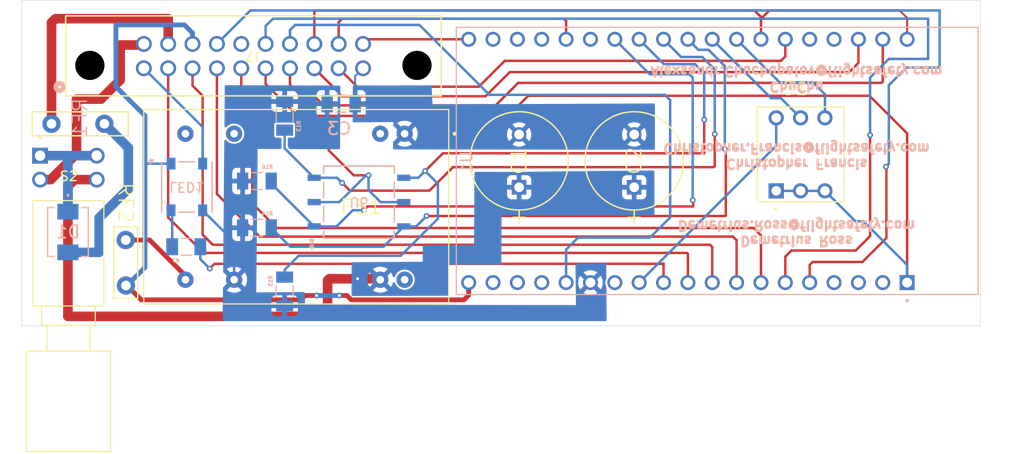
<source format=kicad_pcb>
(kicad_pcb (version 20241229) (generator "pcbnew") (generator_version "9.0")
  (layers (0 "F.Cu" signal) (2 "B.Cu" signal) (13 "F.Paste" user) (15 "B.Paste" user) (5 "F.SilkS" user "F.Silkscreen") (7 "B.SilkS" user "B.Silkscreen") (1 "F.Mask" user) (3 "B.Mask" user) (25 "Edge.Cuts" user))
  (net 0 "")
  (net 1 "+VIN")
  (net 2 "-Vin")
  (net 3 "ESP_GND2")
  (net 4 "+24V")
  (net 5 "GPIO_2")
  (net 6 "CLK")
  (net 7 "GPIO_22")
  (net 8 "+3.3V")
  (net 9 "GPIO_23")
  (net 10 "GPIO_25")
  (net 11 "GPIO_21")
  (net 12 "+VIN-dc")
  (net 13 "GPIO_ANAG_34")
  (net 14 "GPIO_26")
  (net 15 "+VOUT_esp_signal")
  (net 16 "GPIO_33")
  (net 17 "GPIO_ANAG_35")
  (net 18 "GPIO_32")
  (net 19 "GPIO_13")
  (net 20 "GPIO_27")
  (net 21 "Net-(LED1-DIN)")
  (net 26 "/+VOUT")
  (net 27 "GPIO_5")
  (net 28 "GPIO_17")
  (net 29 "GPIO_16")
  (net 30 "GPIO_4")
  (net 31 "GPIO_18")
  (net 32 "GPIO_19")
  (net 33 "GPIO_14")
  (footprint "footprints:20_pin_straight" (layer "F.Cu") (at 106.625 76.7275 180)
    (property "Reference" "J7" (at -11.43 1.27 180) (layer "F.SilkS"))
    (property "Value" "20-pin-straight")
    (fp_line (start 8.1534 5.4737) (end 8.1534 -2.8829) (stroke (width 0.1524)) (layer "F.SilkS"))
    (fp_line (start 8.1534 -2.8829) (end -31.0134 -2.8829) (stroke (width 0.1524)) (layer "F.SilkS"))
    (fp_line (start -31.0134 5.4737) (end 8.1534 5.4737) (stroke (width 0.1524)) (layer "F.SilkS"))
    (fp_line (start -31.0134 -2.8829) (end -31.0134 5.4737) (stroke (width 0.1524)) (layer "F.SilkS"))
    (fp_circle (center 8.7884 -1.95) (end 9.1694 -1.95) (stroke (width 0.508)) (fill no) (layer "F.SilkS"))
    (fp_circle (center 8.7884 -1.95) (end 9.1694 -1.95) (stroke (width 0.508)) (fill no) (layer "B.SilkS"))
    (pad "" np_thru_hole circle (at -28.4861 0.299999 180) (size 3.048 3.048) (drill 3.048) (layers))
    (pad "" np_thru_hole circle (at 5.6261 0.299999 180) (size 3.048 3.048) (drill 3.048) (layers))
    (pad "1" thru_hole circle (at 0 0 180) (size 1.651 1.651) (drill 1.143) (layers "*.Cu" "*.Mask") (net 20 "GPIO_27"))
    (pad "2" thru_hole circle (at -2.54 0 180) (size 1.651 1.651) (drill 1.143) (layers "*.Cu" "*.Mask") (net 14 "GPIO_26"))
    (pad "3" thru_hole circle (at -5.08 0 180) (size 1.651 1.651) (drill 1.143) (layers "*.Cu" "*.Mask") (net 10 "GPIO_25"))
    (pad "4" thru_hole circle (at -7.62 0 180) (size 1.651 1.651) (drill 1.143) (layers "*.Cu" "*.Mask") (net 16 "GPIO_33"))
    (pad "5" thru_hole circle (at -10.16 0 180) (size 1.651 1.651) (drill 1.143) (layers "*.Cu" "*.Mask") (net 18 "GPIO_32"))
    (pad "6" thru_hole circle (at -12.7 0 180) (size 1.651 1.651) (drill 1.143) (layers "*.Cu" "*.Mask") (net 8 "+3.3V"))
    (pad "7" thru_hole circle (at -15.24 0 180) (size 1.651 1.651) (drill 1.143) (layers "*.Cu" "*.Mask") (net 9 "GPIO_23"))
    (pad "8" thru_hole circle (at -17.78 0 180) (size 1.651 1.651) (drill 1.143) (layers "*.Cu" "*.Mask") (net 7 "GPIO_22"))
    (pad "9" thru_hole circle (at -20.32 0 180) (size 1.651 1.651) (drill 1.143) (layers "*.Cu" "*.Mask") (net 11 "GPIO_21"))
    (pad "10" thru_hole circle (at -22.86 0 180) (size 1.651 1.651) (drill 1.143) (layers "*.Cu" "*.Mask") (net 2 "-Vin"))
    (pad "11" thru_hole circle (at 0 2.54 180) (size 1.651 1.651) (drill 1.143) (layers "*.Cu" "*.Mask") (net 1 "+VIN"))
    (pad "12" thru_hole circle (at -2.54 2.54 180) (size 1.651 1.651) (drill 1.143) (layers "*.Cu" "*.Mask") (net 12 "+VIN-dc"))
    (pad "13" thru_hole circle (at -5.08 2.54 180) (size 1.651 1.651) (drill 1.143) (layers "*.Cu" "*.Mask") (net 15 "+VOUT_esp_signal"))
    (pad "14" thru_hole circle (at -7.62 2.54 180) (size 1.651 1.651) (drill 1.143) (layers "*.Cu" "*.Mask") (net 13 "GPIO_ANAG_34"))
    (pad "15" thru_hole circle (at -10.16 2.54 180) (size 1.651 1.651) (drill 1.143) (layers "*.Cu" "*.Mask"))
    (pad "16" thru_hole circle (at -12.7 2.54 180) (size 1.651 1.651) (drill 1.143) (layers "*.Cu" "*.Mask") (net 17 "GPIO_ANAG_35"))
    (pad "17" thru_hole circle (at -15.24 2.54 180) (size 1.651 1.651) (drill 1.143) (layers "*.Cu" "*.Mask") (net 19 "GPIO_13"))
    (pad "18" thru_hole circle (at -17.78 2.54 180) (size 1.651 1.651) (drill 1.143) (layers "*.Cu" "*.Mask") (net 3 "ESP_GND2"))
    (pad "19" thru_hole circle (at -20.32 2.54 180) (size 1.651 1.651) (drill 1.143) (layers "*.Cu" "*.Mask") (net 5 "GPIO_2"))
    (pad "20" thru_hole circle (at -22.86 2.54 180) (size 1.651 1.651) (drill 1.143) (layers "*.Cu" "*.Mask") (net 6 "CLK"))
  )
  (footprint "footprints:PTC_RESET_FUSE" (layer "F.Cu") (at 96.9982 82.525)
    (property "Reference" "RF1" (at 2.95 -0.6 90) (layer "B.SilkS") (effects (font (size 1.5 1.5)) (justify mirror)))
    (property "Value" "~" (hide yes))
    (fp_rect (start -2 -1.25) (end 8 1.25) (stroke (width 0.1524)) (fill no) (layer "F.SilkS"))
    (pad "1" thru_hole circle (at 0 0) (size 1.9 1.9) (drill 1.016) (layers "*.Cu" "*.Mask") (net 12 "+VIN-dc"))
    (pad "2" thru_hole circle (at 5.5118 0) (size 1.9 1.9) (drill 1.016) (layers "*.Cu" "*.Mask") (net 1 "+VIN"))
  )
  (footprint "footprints:PTC_RESET_FUSE" (layer "F.Cu") (at 104.736066 94.25625 -90)
    (property "Reference" "RF2" (at -3.50625 0 270) (layer "F.SilkS") (effects (font (size 1.5 1.5))))
    (property "Value" "~" (hide yes))
    (fp_rect (start -1 -1.25) (end 6.5 1.25) (stroke (width 0.1524)) (fill no) (layer "F.SilkS"))
    (pad "1" thru_hole circle (at 0.4 0 270) (size 1.9 1.9) (drill 1.016) (layers "*.Cu" "*.Mask") (net 26 "/+VOUT"))
    (pad "2" thru_hole circle (at 5.15 -0.025 270) (size 1.9 1.9) (drill 1.016) (layers "*.Cu" "*.Mask") (net 15 "+VOUT_esp_signal"))
  )
  (footprint "footprints:PCAP_10x12_5-THRU-ELECT_NCA" (layer "F.Cu") (at 157.76 89.15 90)
    (property "Reference" "C2" (at 2.7559 0 90) (layer "F.SilkS") (effects (font (size 1.5 1.5))))
    (property "Value" "UHE2A470MPD")
    (fp_line (start -3.1369 -0.635) (end -3.1369 0.635) (stroke (width 0.1524)) (layer "F.SilkS"))
    (fp_line (start -3.7719 0) (end -2.5019 0) (stroke (width 0.1524)) (layer "F.SilkS"))
    (fp_circle (center 2.7559 0) (end 7.8867 0) (stroke (width 0.1524)) (fill no) (layer "F.SilkS"))
    (pad "1" thru_hole rect (at 0 0 90) (size 1.524 1.524) (drill 1.016) (layers "*.Cu" "*.Mask") (net 1 "+VIN"))
    (pad "2" thru_hole circle (at 5.5118 0 90) (size 1.524 1.524) (drill 1.016) (layers "*.Cu" "*.Mask") (net 2 "-Vin"))
  )
  (footprint "footprints:CONV_REC5A-2405SW_H2" (layer "F.Cu") (at 122.52 91.18 180)
    (property "Reference" "PS1" (at -6.77 0 0) (layer "F.SilkS") (effects (font (size 1.5 1.5))))
    (property "Value" "REC5A-2405SW_H2")
    (fp_line (start 15.9 10.15) (end -15.9 10.15) (stroke (width 0.127)) (layer "F.SilkS"))
    (fp_line (start 15.9 -10.15) (end 15.9 10.15) (stroke (width 0.127)) (layer "F.SilkS"))
    (fp_line (start -15.9 10.15) (end -15.9 -10.15) (stroke (width 0.127)) (layer "F.SilkS"))
    (fp_line (start -15.9 -10.15) (end 15.9 -10.15) (stroke (width 0.127)) (layer "F.SilkS"))
    (fp_circle (center -16.51 7.62) (end -16.41 7.62) (stroke (width 0.2)) (fill no) (layer "F.SilkS"))
    (pad "2" thru_hole circle (at -11.3 7.62 180) (size 1.7 1.7) (drill 0.8) (layers "*.Cu" "*.Mask") (net 2 "-Vin"))
    (pad "3" thru_hole circle (at -8.76 7.62 180) (size 1.7 1.7) (drill 0.8) (layers "*.Cu" "*.Mask"))
    (pad "9" thru_hole circle (at 6.48 7.62 180) (size 1.7 1.7) (drill 0.8) (layers "*.Cu" "*.Mask"))
    (pad "11" thru_hole circle (at 11.56 7.62 180) (size 1.7 1.7) (drill 0.8) (layers "*.Cu" "*.Mask"))
    (pad "14" thru_hole circle (at 11.56 -7.62 180) (size 1.7 1.7) (drill 0.8) (layers "*.Cu" "*.Mask") (net 26 "/+VOUT"))
    (pad "16" thru_hole circle (at 6.48 -7.62 180) (size 1.7 1.7) (drill 0.8) (layers "*.Cu" "*.Mask") (net 3 "ESP_GND2"))
    (pad "22" thru_hole circle (at -8.76 -7.62 180) (size 1.7 1.7) (drill 0.8) (layers "*.Cu" "*.Mask") (net 1 "+VIN"))
    (pad "23" thru_hole circle (at -11.3 -7.62 180) (size 1.7 1.7) (drill 0.8) (layers "*.Cu" "*.Mask"))
  )
  (footprint "footprints:PCAP_10x12_5-THRU-ELECT_NCA" (layer "F.Cu") (at 145.76 89.15 90)
    (property "Reference" "C1" (at 2.7559 0 90) (layer "F.SilkS") (effects (font (size 1.5 1.5))))
    (property "Value" "UHE2A470MPD")
    (fp_line (start -3.1369 -0.635) (end -3.1369 0.635) (stroke (width 0.1524)) (layer "F.SilkS"))
    (fp_line (start -3.7719 0) (end -2.5019 0) (stroke (width 0.1524)) (layer "F.SilkS"))
    (fp_circle (center 2.7559 0) (end 7.8867 0) (stroke (width 0.1524)) (fill no) (layer "F.SilkS"))
    (pad "1" thru_hole rect (at 0 0 90) (size 1.524 1.524) (drill 1.016) (layers "*.Cu" "*.Mask") (net 1 "+VIN"))
    (pad "2" thru_hole circle (at 5.5118 0 90) (size 1.524 1.524) (drill 1.016) (layers "*.Cu" "*.Mask") (net 2 "-Vin"))
  )
  (footprint "footprints:SW_PB400EEQR1BLK" (layer "F.Cu") (at 98.76 87.1 -90)
    (property "Reference" "S2" (at 0.9 -0.05 180) (layer "F.SilkS"))
    (property "Value" "PB400EEQR1BLK")
    (fp_line (start 19.14 4.4) (end 19.14 2.25) (stroke (width 0.127)) (layer "F.SilkS"))
    (fp_line (start 29.64 4.4) (end 19.14 4.4) (stroke (width 0.127)) (layer "F.SilkS"))
    (fp_line (start 3.44 3.7) (end 14.44 3.7) (stroke (width 0.127)) (layer "F.SilkS"))
    (fp_line (start 14.44 3.7) (end 14.44 2.8) (stroke (width 0.127)) (layer "F.SilkS"))
    (fp_line (start 14.44 2.8) (end 14.44 -2.8) (stroke (width 0.127)) (layer "F.SilkS"))
    (fp_line (start 16.44 2.8) (end 14.44 2.8) (stroke (width 0.127)) (layer "F.SilkS"))
    (fp_line (start 16.44 2.25) (end 16.44 2.8) (stroke (width 0.127)) (layer "F.SilkS"))
    (fp_line (start 19.14 2.25) (end 16.44 2.25) (stroke (width 0.127)) (layer "F.SilkS"))
    (fp_line (start 16.44 -2.25) (end 16.44 2.25) (stroke (width 0.127)) (layer "F.SilkS"))
    (fp_line (start 16.44 -2.25) (end 19.14 -2.25) (stroke (width 0.127)) (layer "F.SilkS"))
    (fp_line (start 19.14 -2.25) (end 19.14 2.25) (stroke (width 0.127)) (layer "F.SilkS"))
    (fp_line (start 19.14 -2.25) (end 19.14 -4.4) (stroke (width 0.127)) (layer "F.SilkS"))
    (fp_line (start 14.44 -2.8) (end 16.44 -2.8) (stroke (width 0.127)) (layer "F.SilkS"))
    (fp_line (start 14.44 -2.8) (end 14.44 -3.7) (stroke (width 0.127)) (layer "F.SilkS"))
    (fp_line (start 16.44 -2.8) (end 16.44 -2.25) (stroke (width 0.127)) (layer "F.SilkS"))
    (fp_line (start 3.44 -3.7) (end 3.44 3.7) (stroke (width 0.127)) (layer "F.SilkS"))
    (fp_line (start 14.44 -3.7) (end 3.44 -3.7) (stroke (width 0.127)) (layer "F.SilkS"))
    (fp_line (start 19.14 -4.4) (end 29.64 -4.4) (stroke (width 0.127)) (layer "F.SilkS"))
    (fp_line (start 29.64 -4.4) (end 29.64 4.4) (stroke (width 0.127)) (layer "F.SilkS"))
    (fp_circle (center -3.08 2.953) (end -2.98 2.953) (stroke (width 0.2)) (fill no) (layer "F.SilkS"))
    (pad "" np_thru_hole circle (at 12.65 -2.2 270) (size 1.9 1.9) (drill 1.9) (layers "*.Cu" "*.Mask"))
    (pad "" np_thru_hole circle (at 12.65 2.2 270) (size 1.9 1.9) (drill 1.9) (layers "*.Cu" "*.Mask"))
    (pad "1" thru_hole rect (at -1.25 2.95 270) (size 1.65 1.65) (drill 1.1) (layers "*.Cu" "*.Mask") (net 4 "+24V"))
    (pad "2" thru_hole circle (at 1.25 2.95 270) (size 1.65 1.65) (drill 1.1) (layers "*.Cu" "*.Mask") (net 1 "+VIN"))
    (pad "3" thru_hole circle (at -1.25 -2.95 270) (size 1.65 1.65) (drill 1.1) (layers "*.Cu" "*.Mask") (net 4 "+24V"))
    (pad "4" thru_hole circle (at 1.25 -2.95 270) (size 1.65 1.65) (drill 1.1) (layers "*.Cu" "*.Mask") (net 1 "+VIN"))
  )
  (footprint "footprints:SW_DS01C-254-S-03BE" (layer "F.Cu") (at 175.11 85.7125)
    (property "Reference" "S1" (at -0.555 -6.889 0) (layer "F.SilkS") (effects (font (size 1.4 1.4))))
    (property "Value" "DS01C-254-S-03BE")
    (fp_line (start -4.52 -4.95) (end 4.52 -4.95) (stroke (width 0.127)) (layer "F.SilkS"))
    (fp_line (start -4.52 4.95) (end -4.52 -4.95) (stroke (width 0.127)) (layer "F.SilkS"))
    (fp_line (start 4.52 -4.95) (end 4.52 4.95) (stroke (width 0.127)) (layer "F.SilkS"))
    (fp_line (start 4.52 4.95) (end -4.52 4.95) (stroke (width 0.127)) (layer "F.SilkS"))
    (fp_circle (center -2.6 5.7) (end -2.5 5.7) (stroke (width 0.2)) (fill no) (layer "F.SilkS"))
    (pad "1A" thru_hole rect (at -2.54 3.81) (size 1.58 1.58) (drill 1) (layers "*.Cu" "*.Mask") (net 8 "+3.3V"))
    (pad "1B" thru_hole circle (at -2.54 -3.81) (size 1.58 1.58) (drill 1) (layers "*.Cu" "*.Mask") (net 33 "GPIO_14"))
    (pad "2A" thru_hole circle (at 0 3.81) (size 1.58 1.58) (drill 1) (layers "*.Cu" "*.Mask") (net 8 "+3.3V"))
    (pad "2B" thru_hole circle (at 0 -3.81) (size 1.58 1.58) (drill 1) (layers "*.Cu" "*.Mask") (net 31 "GPIO_18"))
    (pad "3A" thru_hole circle (at 2.54 3.81) (size 1.58 1.58) (drill 1) (layers "*.Cu" "*.Mask") (net 8 "+3.3V"))
    (pad "3B" thru_hole circle (at 2.54 -3.81) (size 1.58 1.58) (drill 1) (layers "*.Cu" "*.Mask") (net 32 "GPIO_19"))
  )
  (footprint "footprints:CAPC3216X180N" (layer "B.Cu") (at 127.2 80.42)
    (property "Reference" "C3" (at -0.2 2.6 0) (layer "B.SilkS") (effects (font (size 1.3 1.3) (thickness 0.2)) (justify mirror)))
    (property "Value" "1000pf/3kV")
    (fp_line (start -0.54 -0.9) (end 0.54 -0.9) (stroke (width 0.127)) (layer "B.SilkS"))
    (fp_line (start -0.54 0.9) (end 0.54 0.9) (stroke (width 0.127)) (layer "B.SilkS"))
    (pad "1" smd rect (at -1.46 0) (size 1.2 1.82) (layers "B.Cu" "B.Mask" "B.Paste") (net 3 "ESP_GND2"))
    (pad "2" smd rect (at 1.46 0) (size 1.2 1.82) (layers "B.Cu" "B.Mask" "B.Paste") (net 2 "-Vin"))
  )
  (footprint "footprints:RESC3216X75N" (layer "B.Cu") (at 121.31 100.02 -90)
    (property "Reference" "R15" (at -1.08 1.48 90) (layer "B.SilkS") (effects (font (size 0.393701 0.393701) (thickness 0.098425)) (justify mirror)))
    (property "Value" "CR1206-FX-1002ELF")
    (fp_line (start -0.59 0.88) (end 0.59 0.88) (stroke (width 0.127)) (layer "B.SilkS"))
    (fp_line (start -0.59 -0.88) (end 0.59 -0.88) (stroke (width 0.127)) (layer "B.SilkS"))
    (pad "1" smd rect (at -1.494 0 270) (size 1.17 1.77) (layers "B.Cu" "B.Mask" "B.Paste") (net 29 "GPIO_16"))
    (pad "2" smd rect (at 1.494 0 270) (size 1.17 1.77) (layers "B.Cu" "B.Mask" "B.Paste") (net 3 "ESP_GND2"))
  )
  (footprint "footprints:SH-7070TB_7P1X7P3_NDC" (layer "B.Cu") (at 129.06 90.7)
    (property "Reference" "U6" (at 0 0 180) (layer "B.SilkS") (effects (justify mirror)))
    (property "Value" "SH-7070TB")
    (fp_line (start -3.683 -3.7719) (end 3.683 -3.7719) (stroke (width 0.1524)) (layer "B.SilkS"))
    (fp_line (start -3.683 -3.003665) (end -3.683 -3.7719) (stroke (width 0.1524)) (layer "B.SilkS"))
    (fp_line (start -3.683 -0.463665) (end -3.683 -2.076335) (stroke (width 0.1524)) (layer "B.SilkS"))
    (fp_line (start -3.683 2.076335) (end -3.683 0.463665) (stroke (width 0.1524)) (layer "B.SilkS"))
    (fp_line (start -3.683 3.7719) (end -3.683 3.003665) (stroke (width 0.1524)) (layer "B.SilkS"))
    (fp_line (start 3.683 -3.7719) (end 3.683 -3.003665) (stroke (width 0.1524)) (layer "B.SilkS"))
    (fp_line (start 3.683 -2.076335) (end 3.683 -0.463665) (stroke (width 0.1524)) (layer "B.SilkS"))
    (fp_line (start 3.683 0.463665) (end 3.683 2.076335) (stroke (width 0.1524)) (layer "B.SilkS"))
    (fp_line (start 3.683 3.003665) (end 3.683 3.7719) (stroke (width 0.1524)) (layer "B.SilkS"))
    (fp_line (start 3.683 3.7719) (end -3.683 3.7719) (stroke (width 0.1524)) (layer "B.SilkS"))
    (fp_text user "*" (at -4.9276 4.3434 180) (layer "B.SilkS") (effects (justify mirror)))
    (fp_text user "*" (at -4.9276 4.3434 180) (layer "B.SilkS") (effects (justify mirror)))
    (pad "1" smd rect (at -4.6736 2.54) (size 1.3716 0.6604) (layers "B.Cu" "B.Mask" "B.Paste") (net 30 "GPIO_4"))
    (pad "2" smd rect (at -4.6736 0) (size 1.3716 0.6604) (layers "B.Cu" "B.Mask" "B.Paste") (net 8 "+3.3V"))
    (pad "3" smd rect (at -4.6736 -2.54) (size 1.3716 0.6604) (layers "B.Cu" "B.Mask" "B.Paste") (net 28 "GPIO_17"))
    (pad "4" smd rect (at 4.6736 -2.54) (size 1.3716 0.6604) (layers "B.Cu" "B.Mask" "B.Paste") (net 29 "GPIO_16"))
    (pad "5" smd rect (at 4.6736 0) (size 1.3716 0.6604) (layers "B.Cu" "B.Mask" "B.Paste") (net 8 "+3.3V"))
    (pad "6" smd rect (at 4.6736 2.54) (size 1.3716 0.6604) (layers "B.Cu" "B.Mask" "B.Paste") (net 27 "GPIO_5"))
  )
  (footprint "footprints:RESC3216X75N" (layer "B.Cu") (at 118.42 88.5 180)
    (property "Reference" "R16" (at -1.08 1.48 0) (layer "B.SilkS") (effects (font (size 0.393701 0.393701) (thickness 0.098425)) (justify mirror)))
    (property "Value" "CR1206-FX-1002ELF")
    (fp_line (start -0.59 0.88) (end 0.59 0.88) (stroke (width 0.127)) (layer "B.SilkS"))
    (fp_line (start -0.59 -0.88) (end 0.59 -0.88) (stroke (width 0.127)) (layer "B.SilkS"))
    (pad "1" smd rect (at -1.494 0 180) (size 1.17 1.77) (layers "B.Cu" "B.Mask" "B.Paste") (net 30 "GPIO_4"))
    (pad "2" smd rect (at 1.494 0 180) (size 1.17 1.77) (layers "B.Cu" "B.Mask" "B.Paste") (net 3 "ESP_GND2"))
  )
  (footprint "footprints:RESC3216X75N" (layer "B.Cu") (at 118.42 93.38 180)
    (property "Reference" "R14" (at -1.08 1.48 0) (layer "B.SilkS") (effects (font (size 0.393701 0.393701) (thickness 0.098425)) (justify mirror)))
    (property "Value" "CR1206-FX-1002ELF")
    (fp_line (start -0.59 0.88) (end 0.59 0.88) (stroke (width 0.127)) (layer "B.SilkS"))
    (fp_line (start -0.59 -0.88) (end 0.59 -0.88) (stroke (width 0.127)) (layer "B.SilkS"))
    (pad "1" smd rect (at -1.494 0 180) (size 1.17 1.77) (layers "B.Cu" "B.Mask" "B.Paste") (net 27 "GPIO_5"))
    (pad "2" smd rect (at 1.494 0 180) (size 1.17 1.77) (layers "B.Cu" "B.Mask" "B.Paste") (net 3 "ESP_GND2"))
  )
  (footprint "footprints:RESC3216X75N" (layer "B.Cu") (at 121.31 81.69 90)
    (property "Reference" "R13" (at -1.08 1.48 90) (layer "B.SilkS") (effects (font (size 0.393701 0.393701) (thickness 0.098425)) (justify mirror)))
    (property "Value" "CR1206-FX-1002ELF")
    (fp_line (start -0.59 -0.88) (end 0.59 -0.88) (stroke (width 0.127)) (layer "B.SilkS"))
    (fp_line (start -0.59 0.88) (end 0.59 0.88) (stroke (width 0.127)) (layer "B.SilkS"))
    (pad "1" smd rect (at -1.494 0 90) (size 1.17 1.77) (layers "B.Cu" "B.Mask" "B.Paste") (net 28 "GPIO_17"))
    (pad "2" smd rect (at 1.494 0 90) (size 1.17 1.77) (layers "B.Cu" "B.Mask" "B.Paste") (net 3 "ESP_GND2"))
  )
  (footprint "footprints:MODULE_ESP32-DEVKITC-32D" (layer "B.Cu") (at 166.46 86.4 90)
    (property "Reference" "U1" (at -0.16 -26.18 90) (layer "B.SilkS") (effects (font (size 1.2 1.2)) (justify mirror)))
    (property "Value" "ESP32-DEVKITC-32D")
    (fp_line (start 13.95 -27.25) (end -13.95 -27.25) (stroke (width 0.127)) (layer "B.SilkS"))
    (fp_line (start -13.95 -27.25) (end -13.95 27.15) (stroke (width 0.127)) (layer "B.SilkS"))
    (fp_line (start 13.95 27.15) (end 13.95 -27.25) (stroke (width 0.127)) (layer "B.SilkS"))
    (fp_line (start -13.95 27.15) (end 13.95 27.15) (stroke (width 0.127)) (layer "B.SilkS"))
    (fp_circle (center -14.6 19.76) (end -14.5 19.76) (stroke (width 0.2)) (fill no) (layer "B.SilkS"))
    (pad "J2-1" thru_hole rect (at -12.7 19.76 90) (size 1.56 1.56) (drill 1.04) (layers "*.Cu" "*.Mask") (net 8 "+3.3V"))
    (pad "J2-2" thru_hole circle (at -12.7 17.22 90) (size 1.56 1.56) (drill 1.04) (layers "*.Cu" "*.Mask"))
    (pad "J2-3" thru_hole circle (at -12.7 14.68 90) (size 1.56 1.56) (drill 1.04) (layers "*.Cu" "*.Mask"))
    (pad "J2-4" thru_hole circle (at -12.7 12.14 90) (size 1.56 1.56) (drill 1.04) (layers "*.Cu" "*.Mask"))
    (pad "J2-5" thru_hole circle (at -12.7 9.6 90) (size 1.56 1.56) (drill 1.04) (layers "*.Cu" "*.Mask") (net 13 "GPIO_ANAG_34"))
    (pad "J2-6" thru_hole circle (at -12.7 7.06 90) (size 1.56 1.56) (drill 1.04) (layers "*.Cu" "*.Mask") (net 17 "GPIO_ANAG_35"))
    (pad "J2-7" thru_hole circle (at -12.7 4.52 90) (size 1.56 1.56) (drill 1.04) (layers "*.Cu" "*.Mask") (net 18 "GPIO_32"))
    (pad "J2-8" thru_hole circle (at -12.7 1.98 90) (size 1.56 1.56) (drill 1.04) (layers "*.Cu" "*.Mask") (net 16 "GPIO_33"))
    (pad "J2-9" thru_hole circle (at -12.7 -0.56 90) (size 1.56 1.56) (drill 1.04) (layers "*.Cu" "*.Mask") (net 10 "GPIO_25"))
    (pad "J2-10" thru_hole circle (at -12.7 -3.1 90) (size 1.56 1.56) (drill 1.04) (layers "*.Cu" "*.Mask") (net 14 "GPIO_26"))
    (pad "J2-11" thru_hole circle (at -12.7 -5.64 90) (size 1.56 1.56) (drill 1.04) (layers "*.Cu" "*.Mask") (net 20 "GPIO_27"))
    (pad "J2-12" thru_hole circle (at -12.7 -8.18 90) (size 1.56 1.56) (drill 1.04) (layers "*.Cu" "*.Mask") (net 33 "GPIO_14"))
    (pad "J2-13" thru_hole circle (at -12.7 -10.72 90) (size 1.56 1.56) (drill 1.04) (layers "*.Cu" "*.Mask"))
    (pad "J2-14" thru_hole circle (at -12.7 -13.26 90) (size 1.56 1.56) (drill 1.04) (layers "*.Cu" "*.Mask") (net 3 "ESP_GND2"))
    (pad "J2-15" thru_hole circle (at -12.7 -15.8 90) (size 1.56 1.56) (drill 1.04) (layers "*.Cu" "*.Mask") (net 19 "GPIO_13"))
    (pad "J2-16" thru_hole circle (at -12.7 -18.34 90) (size 1.56 1.56) (drill 1.04) (layers "*.Cu" "*.Mask"))
    (pad "J2-17" thru_hole circle (at -12.7 -20.88 90) (size 1.56 1.56) (drill 1.04) (layers "*.Cu" "*.Mask"))
    (pad "J2-18" thru_hole circle (at -12.7 -23.42 90) (size 1.56 1.56) (drill 1.04) (layers "*.Cu" "*.Mask"))
    (pad "J2-19" thru_hole circle (at -12.7 -25.96 90) (size 1.56 1.56) (drill 1.04) (layers "*.Cu" "*.Mask") (net 15 "+VOUT_esp_signal"))
    (pad "J3-1" thru_hole circle (at 12.7 19.76 90) (size 1.56 1.56) (drill 1.04) (layers "*.Cu" "*.Mask") (net 3 "ESP_GND2"))
    (pad "J3-2" thru_hole circle (at 12.7 17.22 90) (size 1.56 1.56) (drill 1.04) (layers "*.Cu" "*.Mask") (net 9 "GPIO_23"))
    (pad "J3-3" thru_hole circle (at 12.7 14.68 90) (size 1.56 1.56) (drill 1.04) (layers "*.Cu" "*.Mask") (net 7 "GPIO_22"))
    (pad "J3-4" thru_hole circle (at 12.7 12.14 90) (size 1.56 1.56) (drill 1.04) (layers "*.Cu" "*.Mask"))
    (pad "J3-5" thru_hole circle (at 12.7 9.6 90) (size 1.56 1.56) (drill 1.04) (layers "*.Cu" "*.Mask"))
    (pad "J3-6" thru_hole circle (at 12.7 7.06 90) (size 1.56 1.56) (drill 1.04) (layers "*.Cu" "*.Mask") (net 11 "GPIO_21"))
    (pad "J3-7" thru_hole circle (at 12.7 4.52 90) (size 1.56 1.56) (drill 1.04) (layers "*.Cu" "*.Mask") (net 3 "ESP_GND2"))
    (pad "J3-8" thru_hole circle (at 12.7 1.98 90) (size 1.56 1.56) (drill 1.04) (layers "*.Cu" "*.Mask") (net 32 "GPIO_19"))
    (pad "J3-9" thru_hole circle (at 12.7 -0.56 90) (size 1.56 1.56) (drill 1.04) (layers "*.Cu" "*.Mask") (net 31 "GPIO_18"))
    (pad "J3-10" thru_hole circle (at 12.7 -3.1 90) (size 1.56 1.56) (drill 1.04) (layers "*.Cu" "*.Mask") (net 27 "GPIO_5"))
    (pad "J3-11" thru_hole circle (at 12.7 -5.64 90) (size 1.56 1.56) (drill 1.04) (layers "*.Cu" "*.Mask") (net 28 "GPIO_17"))
    (pad "J3-12" thru_hole circle (at 12.7 -8.18 90) (size 1.56 1.56) (drill 1.04) (layers "*.Cu" "*.Mask") (net 29 "GPIO_16"))
    (pad "J3-13" thru_hole circle (at 12.7 -10.72 90) (size 1.56 1.56) (drill 1.04) (layers "*.Cu" "*.Mask") (net 30 "GPIO_4"))
    (pad "J3-14" thru_hole circle (at 12.7 -13.26 90) (size 1.56 1.56) (drill 1.04) (layers "*.Cu" "*.Mask"))
    (pad "J3-15" thru_hole circle (at 12.7 -15.8 90) (size 1.56 1.56) (drill 1.04) (layers "*.Cu" "*.Mask") (net 5 "GPIO_2"))
    (pad "J3-16" thru_hole circle (at 12.7 -18.34 90) (size 1.56 1.56) (drill 1.04) (layers "*.Cu" "*.Mask"))
    (pad "J3-17" thru_hole circle (at 12.7 -20.88 90) (size 1.56 1.56) (drill 1.04) (layers "*.Cu" "*.Mask"))
    (pad "J3-18" thru_hole circle (at 12.7 -23.42 90) (size 1.56 1.56) (drill 1.04) (layers "*.Cu" "*.Mask"))
    (pad "J3-19" thru_hole circle (at 12.7 -25.96 90) (size 1.56 1.56) (drill 1.04) (layers "*.Cu" "*.Mask") (net 6 "CLK"))
  )
  (footprint "footprints:RESC3216X70N" (layer "B.Cu") (at 111.05 95.36)
    (property "Reference" "R7" (at -1.08 1.48 0) (layer "B.SilkS") (effects (font (size 0.393701 0.393701) (thickness 0.098425)) (justify mirror)))
    (property "Value" "CRL1206-FW-R330ELF")
    (fp_line (start -0.53 -0.88) (end 0.53 -0.88) (stroke (width 0.127)) (layer "B.SilkS"))
    (fp_line (start -0.53 0.88) (end 0.53 0.88) (stroke (width 0.127)) (layer "B.SilkS"))
    (pad "1" smd rect (at -1.466 0) (size 1.23 1.77) (layers "B.Cu" "B.Mask" "B.Paste") (net 21 "Net-(LED1-DIN)"))
    (pad "2" smd rect (at 1.466 0) (size 1.23 1.77) (layers "B.Cu" "B.Mask" "B.Paste") (net 20 "GPIO_27"))
  )
  (footprint "footprints:COM-16347_SPK" (layer "B.Cu") (at 111.109999 89.12 -90)
    (property "Reference" "LED1" (at 0 0 180) (layer "B.SilkS") (effects (justify mirror)))
    (property "Value" "COM-16347")
    (fp_line (start 2.6289 2.6289) (end -2.6289 2.6289) (stroke (width 0.1524)) (layer "B.SilkS"))
    (fp_line (start -2.6289 0.847359) (end -2.6289 -0.847359) (stroke (width 0.1524)) (layer "B.SilkS"))
    (fp_line (start 2.6289 -0.847359) (end 2.6289 0.847359) (stroke (width 0.1524)) (layer "B.SilkS"))
    (fp_line (start -2.6289 -2.6289) (end 2.6289 -2.6289) (stroke (width 0.1524)) (layer "B.SilkS"))
    (fp_text user "*" (at -2.6924 3.3899 90) (layer "B.SilkS") (effects (justify mirror)))
    (fp_text user "*" (at -2.6924 3.3899 90) (layer "B.SilkS") (effects (justify mirror)))
    (pad "1" smd rect (at -2.4384 1.649999 270) (size 1.2446 0.9398) (layers "B.Cu" "B.Mask" "B.Paste") (net 15 "+VOUT_esp_signal"))
    (pad "2" smd rect (at -2.4384 -1.649999 270) (size 1.2446 0.9398) (layers "B.Cu" "B.Mask" "B.Paste") (net 20 "GPIO_27"))
    (pad "3" smd rect (at 2.4384 -1.649999 270) (size 1.2446 0.9398) (layers "B.Cu" "B.Mask" "B.Paste") (net 3 "ESP_GND2"))
    (pad "4" smd rect (at 2.4384 1.649999 270) (size 1.2446 0.9398) (layers "B.Cu" "B.Mask" "B.Paste") (net 21 "Net-(LED1-DIN)"))
  )
  (footprint "footprints:DO214AASMB_CIP-L" (layer "B.Cu") (at 98.71 93.8209 -90)
    (property "Reference" "D1" (at 0 0 0) (layer "B.SilkS") (effects (font (size 1.3 1.3) (thickness 0.2)) (justify mirror)))
    (property "Value" "SS34B-HF")
    (fp_line (start -2.5527 2.1209) (end -2.5527 1.43764) (stroke (width 0.1524)) (layer "B.SilkS"))
    (fp_line (start 2.5527 2.1209) (end -2.5527 2.1209) (stroke (width 0.1524)) (layer "B.SilkS"))
    (fp_line (start 2.5527 1.43764) (end 2.5527 2.1209) (stroke (width 0.1524)) (layer "B.SilkS"))
    (fp_line (start -2.5527 -1.43764) (end -2.5527 -2.1209) (stroke (width 0.1524)) (layer "B.SilkS"))
    (fp_line (start -2.5527 -2.1209) (end 2.5527 -2.1209) (stroke (width 0.1524)) (layer "B.SilkS"))
    (fp_line (start 2.5527 -2.1209) (end 2.5527 -1.43764) (stroke (width 0.1524)) (layer "B.SilkS"))
    (fp_circle (center -3.8354 0) (end -3.7592 0) (stroke (width 0.1524)) (fill no) (layer "B.SilkS"))
    (pad "1" smd rect (at -2.1209 0 270) (size 1.651 2.2098) (layers "B.Cu" "B.Mask" "B.Paste") (net 4 "+24V"))
    (pad "2" smd rect (at 2.1209 0 270) (size 1.651 2.2098) (layers "B.Cu" "B.Mask" "B.Paste") (net 1 "+VIN"))
    (zone (net 0) (net_name "") (layer "B.Cu") (connect_pads (clearance 0)) (min_thickness 0.254)
      (keepout (tracks not_allowed) (vias not_allowed) (pads allowed) (copperpour not_allowed) (footprints allowed))
      (fill (thermal_gap 0.508) (thermal_bridge_width 0.508))
      (polygon (pts (xy 96.7669 92.5763) (xy 96.7669 95.0655) (xy 100.6531 95.0655) (xy 100.6531 92.5763)))
    )
  )
  (gr_rect (start 93.86 69.625) (end 193.86 103.625) (stroke (width 0.05)) (fill no) (layer "Edge.Cuts"))
  (gr_text "Demetrius Ross\nDemetrius.Ross@flightsafety.com\n\n\n\nChristopher Francis\nChristopher.Francis@flightsafety.com\n\n\n\nChuChu\nAlexsandr.Chuchupalov@flightsafety.com" (at 174.7 85.9 180) (layer "B.SilkS") (effects (font (size 1 1) (thickness 0.25) (bold yes)) (justify mirror)))
  (segment (start 95.81 88.35) (end 96.91 88.35) (width 1) (layer "F.Cu") (net 1))
  (segment (start 98.71 102.624) (end 98.71 89.05) (width 1) (layer "F.Cu") (net 1))
  (segment (start 104.16 74.3) (end 106.5125 74.3) (width 1) (layer "F.Cu") (net 1))
  (segment (start 128.91 98.7) (end 125.97 98.7) (width 1) (layer "F.Cu") (net 1))
  (segment (start 104.16 77.95) (end 104.16 74.3) (width 1) (layer "F.Cu") (net 1))
  (segment (start 128.91 98.7) (end 131.6 98.7) (width 1) (layer "F.Cu") (net 1))
  (segment (start 124.586 102.624) (end 98.71 102.624) (width 1) (layer "F.Cu") (net 1))
  (segment (start 102.16 79.95) (end 104.16 77.95) (width 1) (layer "F.Cu") (net 1))
  (segment (start 99.61 85.65) (end 99.61 79.95) (width 1) (layer "F.Cu") (net 1))
  (segment (start 106.5125 74.3) (end 106.625 74.1875) (width 1) (layer "F.Cu") (net 1))
  (segment (start 99.61 79.95) (end 102.16 79.95) (width 1) (layer "F.Cu") (net 1))
  (segment (start 99.41 88.35) (end 101.71 88.35) (width 1) (layer "F.Cu") (net 1))
  (segment (start 125.79 101.42) (end 124.586 102.624) (width 1) (layer "F.Cu") (net 1))
  (segment (start 98.71 89.05) (end 99.41 88.35) (width 1) (layer "F.Cu") (net 1))
  (segment (start 125.97 98.7) (end 125.79 98.88) (width 1) (layer "F.Cu") (net 1))
  (segment (start 96.91 88.35) (end 99.61 85.65) (width 1) (layer "F.Cu") (net 1))
  (segment (start 125.79 98.88) (end 125.79 101.42) (width 1) (layer "F.Cu") (net 1))
  (via (at 128.91 98.7) (size 0.6) (drill 0.3) (layers "F.Cu" "B.Cu") (net 1))
  (segment (start 104.785 84.8) (end 102.51 82.525) (width 1) (layer "B.Cu") (net 1))
  (segment (start 105.01 89.3) (end 101.96 92.35) (width 1) (layer "B.Cu") (net 1))
  (segment (start 98.71 95.9418) (end 98.7182 95.95) (width 0.254) (layer "B.Cu") (net 1))
  (segment (start 104.785 84.8) (end 105.01 85.025) (width 1) (layer "B.Cu") (net 1))
  (segment (start 101.96 92.35) (end 101.96 95.95) (width 1) (layer "B.Cu") (net 1))
  (segment (start 105.01 85.025) (end 105.01 89.3) (width 1) (layer "B.Cu") (net 1))
  (segment (start 101.96 95.95) (end 98.7182 95.95) (width 1) (layer "B.Cu") (net 1))
  (segment (start 128.66 77.5525) (end 129.485 76.7275) (width 0.2) (layer "B.Cu") (net 2))
  (segment (start 128.66 80.42) (end 128.66 77.5525) (width 0.2) (layer "B.Cu") (net 2))
  (segment (start 170.98 73.7) (end 170.98 71.37) (width 0.254) (layer "F.Cu") (net 3))
  (segment (start 171.85 70.7) (end 185.45 70.7) (width 0.254) (layer "F.Cu") (net 3))
  (segment (start 170.31 70.7) (end 124.56 70.7) (width 0.254) (layer "F.Cu") (net 3))
  (segment (start 170.98 71.37) (end 171.18 71.37) (width 0.254) (layer "F.Cu") (net 3))
  (segment (start 170.98 71.37) (end 170.31 70.7) (width 0.254) (layer "F.Cu") (net 3))
  (segment (start 186.22 73.7) (end 186.22 71.47) (width 0.2) (layer "F.Cu") (net 3))
  (segment (start 124.405 70.855) (end 124.405 74.1875) (width 0.254) (layer "F.Cu") (net 3))
  (segment (start 124.56 70.7) (end 124.405 70.855) (width 0.254) (layer "F.Cu") (net 3))
  (segment (start 171.18 71.37) (end 171.85 70.7) (width 0.254) (layer "F.Cu") (net 3))
  (segment (start 186.22 71.47) (end 185.45 70.7) (width 0.2) (layer "F.Cu") (net 3))
  (segment (start 112.759998 91.5584) (end 116.04 94.838402) (width 0.254) (layer "B.Cu") (net 3))
  (segment (start 116.04 94.838402) (end 116.04 98.8) (width 0.254) (layer "B.Cu") (net 3))
  (segment (start 98.66 85.85) (end 95.81 85.85) (width 1) (layer "B.Cu") (net 4))
  (segment (start 98.71 85.9) (end 98.66 85.85) (width 0.254) (layer "B.Cu") (net 4))
  (segment (start 98.71 91.7) (end 98.71 85.9) (width 1) (layer "B.Cu") (net 4))
  (segment (start 98.71 85.9) (end 98.76 85.85) (width 0.254) (layer "B.Cu") (net 4))
  (segment (start 98.76 85.85) (end 101.71 85.85) (width 1) (layer "B.Cu") (net 4))
  (segment (start 150.66 71.8) (end 150.41 71.55) (width 0.254) (layer "F.Cu") (net 5))
  (segment (start 126.945 71.915) (end 126.945 74.1875) (width 0.254) (layer "F.Cu") (net 5))
  (segment (start 150.66 73.7) (end 150.66 71.8) (width 0.254) (layer "F.Cu") (net 5))
  (segment (start 127.31 71.55) (end 126.945 71.915) (width 0.254) (layer "F.Cu") (net 5))
  (segment (start 150.26 73.3125) (end 150.26 73.3) (width 0.254) (layer "F.Cu") (net 5))
  (segment (start 150.41 71.55) (end 127.31 71.55) (width 0.254) (layer "F.Cu") (net 5))
  (segment (start 140.5 73.7) (end 129.9725 73.7) (width 0.254) (layer "F.Cu") (net 6))
  (segment (start 129.485 74.1875) (end 129.4975 74.2) (width 0.254) (layer "F.Cu") (net 6))
  (segment (start 129.9725 73.7) (end 129.485 74.1875) (width 0.254) (layer "F.Cu") (net 6))
  (segment (start 140.0875 73.3) (end 140.1 73.3125) (width 0.254) (layer "F.Cu") (net 6))
  (segment (start 181.14 76.17) (end 180.1825 77.1275) (width 0.254) (layer "F.Cu") (net 7))
  (segment (start 126.945 79.2675) (end 124.405 76.7275) (width 0.254) (layer "F.Cu") (net 7))
  (segment (start 126.945 79.335) (end 126.945 79.2675) (width 0.254) (layer "F.Cu") (net 7))
  (segment (start 142.26 79.65) (end 127.26 79.65) (width 0.254) (layer "F.Cu") (net 7))
  (segment (start 144.7825 77.1275) (end 142.26 79.65) (width 0.254) (layer "F.Cu") (net 7))
  (segment (start 180.1825 77.1275) (end 144.7825 77.1275) (width 0.254) (layer "F.Cu") (net 7))
  (segment (start 181.14 73.7) (end 181.14 76.17) (width 0.254) (layer "F.Cu") (net 7))
  (segment (start 127.26 79.65) (end 126.945 79.335) (width 0.254) (layer "F.Cu") (net 7))
  (segment (start 144.61 81.7) (end 146.71 79.6) (width 0.254) (layer "F.Cu") (net 8))
  (segment (start 182.2975 79.6) (end 186.22 83.5225) (width 0.254) (layer "F.Cu") (net 8))
  (segment (start 125.91 85.3) (end 125.91 81.7) (width 0.254) (layer "F.Cu") (net 8))
  (segment (start 128.51 87.9) (end 125.91 85.3) (width 0.254) (layer "F.Cu") (net 8))
  (segment (start 186.22 83.5225) (end 186.22 99.1) (width 0.254) (layer "F.Cu") (net 8))
  (segment (start 125.91 81.7) (end 122.66 81.7) (width 0.254) (layer "F.Cu") (net 8))
  (segment (start 119.325 78.365) (end 119.325 76.7275) (width 0.254) (layer "F.Cu") (net 8))
  (segment (start 146.71 79.6) (end 182.2975 79.6) (width 0.254) (layer "F.Cu") (net 8))
  (segment (start 122.66 81.7) (end 119.325 78.365) (width 0.254) (layer "F.Cu") (net 8))
  (segment (start 130.06 87.9) (end 128.51 87.9) (width 0.254) (layer "F.Cu") (net 8))
  (segment (start 125.91 81.7) (end 144.61 81.7) (width 0.254) (layer "F.Cu") (net 8))
  (via (at 130.06 87.9) (size 0.6) (drill 0.3) (layers "F.Cu" "B.Cu") (net 8))
  (segment (start 186.22 99.1) (end 186.22 97.26) (width 0.254) (layer "B.Cu") (net 8))
  (segment (start 181.66 92.7) (end 180.8275 92.7) (width 0.254) (layer "B.Cu") (net 8))
  (segment (start 130.06 87.9) (end 130.06 89.45) (width 0.254) (layer "B.Cu") (net 8))
  (segment (start 186.22 97.26) (end 181.66 92.7) (width 0.254) (layer "B.Cu") (net 8))
  (segment (start 177.65 89.5225) (end 175.11 89.5225) (width 0.254) (layer "B.Cu") (net 8))
  (segment (start 175.11 89.5225) (end 172.57 89.5225) (width 0.254) (layer "B.Cu") (net 8))
  (segment (start 129.81 87.9) (end 127.01 90.7) (width 0.254) (layer "B.Cu") (net 8))
  (segment (start 127.01 90.7) (end 124.3864 90.7) (width 0.254) (layer "B.Cu") (net 8))
  (segment (start 180.8275 92.7) (end 177.65 89.5225) (width 0.254) (layer "B.Cu") (net 8))
  (segment (start 130.06 89.45) (end 131.31 90.7) (width 0.254) (layer "B.Cu") (net 8))
  (segment (start 130.06 87.9) (end 129.81 87.9) (width 0.254) (layer "B.Cu") (net 8))
  (segment (start 131.31 90.7) (end 133.7336 90.7) (width 0.254) (layer "B.Cu") (net 8))
  (segment (start 145.66 78.25) (end 143.31 80.6) (width 0.254) (layer "F.Cu") (net 9))
  (segment (start 123.065 79.645) (end 121.865 78.445) (width 0.254) (layer "F.Cu") (net 9))
  (segment (start 183.68 73.7) (end 183.68 78.13) (width 0.254) (layer "F.Cu") (net 9))
  (segment (start 183.56 78.25) (end 145.66 78.25) (width 0.254) (layer "F.Cu") (net 9))
  (segment (start 125.36 80.6) (end 124.405 79.645) (width 0.254) (layer "F.Cu") (net 9))
  (segment (start 124.405 79.645) (end 123.065 79.645) (width 0.254) (layer "F.Cu") (net 9))
  (segment (start 183.68 78.13) (end 183.56 78.25) (width 0.254) (layer "F.Cu") (net 9))
  (segment (start 121.865 78.445) (end 121.865 76.7275) (width 0.254) (layer "F.Cu") (net 9))
  (segment (start 143.31 80.6) (end 125.36 80.6) (width 0.254) (layer "F.Cu") (net 9))
  (segment (start 113.81 95.15) (end 165.66 95.15) (width 0.254) (layer "F.Cu") (net 10))
  (segment (start 165.66 95.15) (end 165.9 95.39) (width 0.254) (layer "F.Cu") (net 10))
  (segment (start 112.76 94.1) (end 113.81 95.15) (width 0.254) (layer "F.Cu") (net 10))
  (segment (start 112.76 79.6) (end 112.76 94.1) (width 0.254) (layer "F.Cu") (net 10))
  (segment (start 111.705 76.7275) (end 111.705 78.545) (width 0.254) (layer "F.Cu") (net 10))
  (segment (start 165.9 95.39) (end 165.9 99.1) (width 0.254) (layer "F.Cu") (net 10))
  (segment (start 111.705 78.545) (end 112.76 79.6) (width 0.254) (layer "F.Cu") (net 10))
  (segment (start 173.52 73.7) (end 173.52 75.49) (width 0.254) (layer "F.Cu") (net 11))
  (segment (start 141.56 78.65) (end 128.8675 78.65) (width 0.254) (layer "F.Cu") (net 11))
  (segment (start 173.06 75.95) (end 144.26 75.95) (width 0.254) (layer "F.Cu") (net 11))
  (segment (start 128.8675 78.65) (end 126.945 76.7275) (width 0.254) (layer "F.Cu") (net 11))
  (segment (start 173.52 75.49) (end 173.06 75.95) (width 0.254) (layer "F.Cu") (net 11))
  (segment (start 144.26 75.95) (end 141.56 78.65) (width 0.254) (layer "F.Cu") (net 11))
  (segment (start 109.165 71.555) (end 109.165 74.1875) (width 1) (layer "F.Cu") (net 12))
  (segment (start 96.9982 82.3) (end 96.9982 71.9618) (width 1) (layer "F.Cu") (net 12))
  (segment (start 96.9982 71.9618) (end 97.41 71.55) (width 1) (layer "F.Cu") (net 12))
  (segment (start 97.41 71.55) (end 109.16 71.55) (width 1) (layer "F.Cu") (net 12))
  (segment (start 109.16 71.55) (end 109.165 71.555) (width 1) (layer "F.Cu") (net 12))
  (segment (start 184.06 94.45) (end 184.06 87.05) (width 0.254) (layer "F.Cu") (net 13))
  (segment (start 181.56 96.95) (end 184.06 94.45) (width 0.254) (layer "F.Cu") (net 13))
  (segment (start 176.06 97.25) (end 176.06 99.1) (width 0.254) (layer "F.Cu") (net 13))
  (segment (start 176.36 96.95) (end 181.56 96.95) (width 0.254) (layer "F.Cu") (net 13))
  (segment (start 184.06 87.05) (end 184.01 87) (width 0.254) (layer "F.Cu") (net 13))
  (segment (start 176.36 96.95) (end 176.06 97.25) (width 0.254) (layer "F.Cu") (net 13))
  (via (at 184.01 87) (size 0.6) (drill 0.3) (layers "F.Cu" "B.Cu") (net 13))
  (segment (start 189.61 70.69) (end 117.7425 70.69) (width 0.254) (layer "B.Cu") (net 13))
  (segment (start 186.16 76.65) (end 189.61 76.65) (width 0.254) (layer "B.Cu") (net 13))
  (segment (start 184.31 86.7) (end 184.31 78.5) (width 0.254) (layer "B.Cu") (net 13))
  (segment (start 184.31 78.5) (end 186.16 76.65) (width 0.254) (layer "B.Cu") (net 13))
  (segment (start 117.7425 70.69) (end 114.245 74.1875) (width 0.254) (layer "B.Cu") (net 13))
  (segment (start 184.01 87) (end 184.31 86.7) (width 0.254) (layer "B.Cu") (net 13))
  (segment (start 189.61 76.65) (end 189.61 70.69) (width 0.254) (layer "B.Cu") (net 13))
  (segment (start 163.36 96.1) (end 163.36 99.1) (width 0.254) (layer "F.Cu") (net 14))
  (segment (start 109.16 92.3) (end 112.86 96) (width 0.254) (layer "F.Cu") (net 14))
  (segment (start 112.86 96) (end 163.26 96) (width 0.254) (layer "F.Cu") (net 14))
  (segment (start 163.26 96) (end 163.36 96.1) (width 0.254) (layer "F.Cu") (net 14))
  (segment (start 109.165 76.7275) (end 109.165 92.295) (width 0.254) (layer "F.Cu") (net 14))
  (segment (start 109.165 92.295) (end 109.16 92.3) (width 0.254) (layer "F.Cu") (net 14))
  (segment (start 140.01 100.9) (end 140.5 100.41) (width 0.5) (layer "F.Cu") (net 15))
  (segment (start 123.01 100.9) (end 106.354816 100.9) (width 0.5) (layer "F.Cu") (net 15))
  (segment (start 128.26 100.9) (end 140.01 100.9) (width 0.5) (layer "F.Cu") (net 15))
  (segment (start 106.354816 100.9) (end 104.861066 99.40625) (width 0.5) (layer "F.Cu") (net 15))
  (segment (start 124.64 100.45) (end 123.46 100.45) (width 0.5) (layer "F.Cu") (net 15))
  (segment (start 123.46 100.45) (end 123.01 100.9) (width 0.5) (layer "F.Cu") (net 15))
  (segment (start 140.5 100.41) (end 140.5 99.1) (width 0.5) (layer "F.Cu") (net 15))
  (segment (start 127.01 100.45) (end 127.81 100.45) (width 0.5) (layer "F.Cu") (net 15))
  (segment (start 127.81 100.45) (end 128.26 100.9) (width 0.5) (layer "F.Cu") (net 15))
  (via (at 124.64 100.45) (size 0.6) (drill 0.3) (layers "F.Cu" "B.Cu") (net 15))
  (via (at 127.01 100.45) (size 0.6) (drill 0.3) (layers "F.Cu" "B.Cu") (net 15))
  (segment (start 106.7716 86.6816) (end 106.75 86.66) (width 0.254) (layer "B.Cu") (net 15))
  (segment (start 127.01 100.45) (end 124.64 100.45) (width 0.5) (layer "B.Cu") (net 15))
  (segment (start 111.705 73.045) (end 111.705 74.1875) (width 0.5) (layer "B.Cu") (net 15))
  (segment (start 104.861066 99.40625) (end 106.75 97.517316) (width 0.5) (layer "B.Cu") (net 15))
  (segment (start 109.46 86.6816) (end 106.7716 86.6816) (width 0.254) (layer "B.Cu") (net 15))
  (segment (start 106.75 86.66) (end 106.75 81.69) (width 0.5) (layer "B.Cu") (net 15))
  (segment (start 103.71 72.2) (end 110.86 72.2) (width 0.5) (layer "B.Cu") (net 15))
  (segment (start 103.71 78.65) (end 103.71 72.2) (width 0.5) (layer "B.Cu") (net 15))
  (segment (start 110.86 72.2) (end 111.705 73.045) (width 0.5) (layer "B.Cu") (net 15))
  (segment (start 106.75 97.517316) (end 106.75 86.66) (width 0.5) (layer "B.Cu") (net 15))
  (segment (start 106.75 81.69) (end 103.71 78.65) (width 0.5) (layer "B.Cu") (net 15))
  (segment (start 114.245 76.7275) (end 114.245 89.8475) (width 0.254) (layer "F.Cu") (net 16))
  (segment (start 113.735 77.2375) (end 114.245 76.7275) (width 0.254) (layer "F.Cu") (net 16))
  (segment (start 168.44 94.68) (end 168.44 99.1) (width 0.254) (layer "F.Cu") (net 16))
  (segment (start 118.6975 94.3) (end 168.06 94.3) (width 0.254) (layer "F.Cu") (net 16))
  (segment (start 114.245 89.8475) (end 118.6975 94.3) (width 0.254) (layer "F.Cu") (net 16))
  (segment (start 168.06 94.3) (end 168.44 94.68) (width 0.254) (layer "F.Cu") (net 16))
  (segment (start 173.52 96.39) (end 173.52 99.1) (width 0.254) (layer "F.Cu") (net 17))
  (segment (start 174.16 95.75) (end 173.52 96.39) (width 0.254) (layer "F.Cu") (net 17))
  (segment (start 180.86 95.75) (end 174.16 95.75) (width 0.254) (layer "F.Cu") (net 17))
  (segment (start 182.36 94.25) (end 180.86 95.75) (width 0.254) (layer "F.Cu") (net 17))
  (segment (start 182.36 83.7) (end 182.36 94.25) (width 0.254) (layer "F.Cu") (net 17))
  (via (at 182.36 83.7) (size 0.6) (drill 0.3) (layers "F.Cu" "B.Cu") (net 17))
  (segment (start 188.41 75.75) (end 188.41 71.55) (width 0.254) (layer "B.Cu") (net 17))
  (segment (start 120.09 71.55) (end 119.325 72.315) (width 0.254) (layer "B.Cu") (net 17))
  (segment (start 119.325 72.315) (end 119.325 74.1875) (width 0.254) (layer "B.Cu") (net 17))
  (segment (start 188.41 71.55) (end 120.09 71.55) (width 0.254) (layer "B.Cu") (net 17))
  (segment (start 182.36 77.7) (end 184.31 75.75) (width 0.254) (layer "B.Cu") (net 17))
  (segment (start 182.36 83.7) (end 182.36 77.7) (width 0.254) (layer "B.Cu") (net 17))
  (segment (start 184.31 75.75) (end 188.41 75.75) (width 0.254) (layer "B.Cu") (net 17))
  (segment (start 117.935 90.8375) (end 120.4975 93.4) (width 0.254) (layer "F.Cu") (net 18))
  (segment (start 117.935 80.3) (end 117.935 90.8375) (width 0.254) (layer "F.Cu") (net 18))
  (segment (start 116.785 76.7275) (end 116.785 79.15) (width 0.254) (layer "F.Cu") (net 18))
  (segment (start 170.98 94.17) (end 170.98 99.1) (width 0.254) (layer "F.Cu") (net 18))
  (segment (start 170.21 93.4) (end 170.98 94.17) (width 0.254) (layer "F.Cu") (net 18))
  (segment (start 120.4975 93.4) (end 170.21 93.4) (width 0.254) (layer "F.Cu") (net 18))
  (segment (start 116.785 79.15) (end 117.935 80.3) (width 0.254) (layer "F.Cu") (net 18))
  (segment (start 151.91 94.4) (end 150.66 95.65) (width 0.254) (layer "B.Cu") (net 19))
  (segment (start 159.41 94.4) (end 151.91 94.4) (width 0.254) (layer "B.Cu") (net 19))
  (segment (start 161.51 92.3) (end 159.41 94.4) (width 0.254) (layer "B.Cu") (net 19))
  (segment (start 121.865 74.1875) (end 121.865 72.745) (width 0.254) (layer "B.Cu") (net 19))
  (segment (start 135.36 72.2) (end 142.66 79.5) (width 0.254) (layer "B.Cu") (net 19))
  (segment (start 121.865 72.745) (end 122.41 72.2) (width 0.254) (layer "B.Cu") (net 19))
  (segment (start 160.96 79.5) (end 161.51 80.05) (width 0.254) (layer "B.Cu") (net 19))
  (segment (start 122.41 72.2) (end 135.36 72.2) (width 0.254) (layer "B.Cu") (net 19))
  (segment (start 150.66 95.65) (end 150.66 99.1) (width 0.254) (layer "B.Cu") (net 19))
  (segment (start 161.51 80.05) (end 161.51 92.3) (width 0.254) (layer "B.Cu") (net 19))
  (segment (start 142.66 79.5) (end 160.96 79.5) (width 0.254) (layer "B.Cu") (net 19))
  (segment (start 114.56 97.14) (end 114 97.14) (width 0.254) (layer "F.Cu") (net 20))
  (segment (start 160.82 97.11) (end 160.79 97.14) (width 0.254) (layer "F.Cu") (net 20))
  (segment (start 160.82 99.1) (end 160.82 97.11) (width 0.254) (layer "F.Cu") (net 20))
  (segment (start 160.79 97.14) (end 114.56 97.14) (width 0.254) (layer "F.Cu") (net 20))
  (segment (start 114 97.14) (end 113.5 97.64) (width 0.254) (layer "F.Cu") (net 20))
  (via (at 113.5 97.64) (size 0.6) (drill 0.3) (layers "F.Cu" "B.Cu") (net 20))
  (segment (start 112.759998 86.6816) (end 112.759998 82.862498) (width 0.254) (layer "B.Cu") (net 20))
  (segment (start 113.5 97.64) (end 112.516 96.656) (width 0.254) (layer "B.Cu") (net 20))
  (segment (start 112.516 96.656) (end 112.516 95.36) (width 0.254) (layer "B.Cu") (net 20))
  (segment (start 112.759998 82.862498) (end 106.625 76.7275) (width 0.254) (layer "B.Cu") (net 20))
  (segment (start 109.584 91.6824) (end 109.46 91.5584) (width 0.254) (layer "B.Cu") (net 21))
  (segment (start 109.584 95.36) (end 109.584 91.6824) (width 0.254) (layer "B.Cu") (net 21))
  (segment (start 107.23625 94.65625) (end 104.836066 94.65625) (width 0.5) (layer "F.Cu") (net 26))
  (segment (start 111.38 98.8) (end 107.23625 94.65625) (width 0.5) (layer "F.Cu") (net 26))
  (segment (start 167.26 92.15) (end 167.31 92.1) (width 0.254) (layer "F.Cu") (net 27))
  (segment (start 167.31 85.25) (end 167.21 85.15) (width 0.254) (layer "F.Cu") (net 27))
  (segment (start 136.11 92.15) (end 167.26 92.15) (width 0.254) (layer "F.Cu") (net 27))
  (segment (start 167.31 92.1) (end 167.31 85.25) (width 0.254) (layer "F.Cu") (net 27))
  (via (at 136.11 92.15) (size 0.6) (drill 0.3) (layers "F.Cu" "B.Cu") (net 27))
  (via (at 167.21 85.15) (size 0.6) (drill 0.3) (layers "F.Cu" "B.Cu") (net 27))
  (segment (start 165.51 74.8) (end 164.4475 74.8) (width 0.254) (layer "B.Cu") (net 27))
  (segment (start 131.6136 95.36) (end 133.7336 93.24) (width 0.254) (layer "B.Cu") (net 27))
  (segment (start 135.02 93.24) (end 133.7336 93.24) (width 0.254) (layer "B.Cu") (net 27))
  (segment (start 164.4475 74.8) (end 162.96 73.3125) (width 0.254) (layer "B.Cu") (net 27))
  (segment (start 121.894 95.36) (end 131.6136 95.36) (width 0.254) (layer "B.Cu") (net 27))
  (segment (start 119.914 93.38) (end 121.894 95.36) (width 0.254) (layer "B.Cu") (net 27))
  (segment (start 136.11 92.15) (end 135.02 93.24) (width 0.254) (layer "B.Cu") (net 27))
  (segment (start 167.21 76.5) (end 165.51 74.8) (width 0.254) (layer "B.Cu") (net 27))
  (segment (start 167.21 85.15) (end 167.21 76.5) (width 0.254) (layer "B.Cu") (net 27))
  (segment (start 127.31 88.7) (end 128.11 89.5) (width 0.254) (layer "F.Cu") (net 28))
  (segment (start 166.16 86.95) (end 166.16 83.6) (width 0.254) (layer "F.Cu") (net 28))
  (segment (start 138.86 87.05) (end 166.06 87.05) (width 0.254) (layer "F.Cu") (net 28))
  (segment (start 136.41 89.5) (end 138.86 87.05) (width 0.254) (layer "F.Cu") (net 28))
  (segment (start 128.11 89.5) (end 136.41 89.5) (width 0.254) (layer "F.Cu") (net 28))
  (segment (start 166.06 87.05) (end 166.16 86.95) (width 0.254) (layer "F.Cu") (net 28))
  (via (at 166.16 83.6) (size 0.6) (drill 0.3) (layers "F.Cu" "B.Cu") (net 28))
  (via (at 127.31 88.7) (size 0.6) (drill 0.3) (layers "F.Cu" "B.Cu") (net 28))
  (segment (start 121.31 83.184) (end 121.31 85.0836) (width 0.254) (layer "B.Cu") (net 28))
  (segment (start 124.3864 88.16) (end 126.77 88.16) (width 0.254) (layer "B.Cu") (net 28))
  (segment (start 166.16 76.85) (end 164.86 75.55) (width 0.254) (layer "B.Cu") (net 28))
  (segment (start 126.77 88.16) (end 127.31 88.7) (width 0.254) (layer "B.Cu") (net 28))
  (segment (start 166.16 83.6) (end 166.16 76.85) (width 0.254) (layer "B.Cu") (net 28))
  (segment (start 121.31 85.0836) (end 124.3864 88.16) (width 0.254) (layer "B.Cu") (net 28))
  (segment (start 162.6575 75.55) (end 160.42 73.3125) (width 0.254) (layer "B.Cu") (net 28))
  (segment (start 164.86 75.55) (end 162.6575 75.55) (width 0.254) (layer "B.Cu") (net 28))
  (segment (start 165.06 82.1) (end 165.06 85.6) (width 0.254) (layer "F.Cu") (net 29))
  (segment (start 165.06 85.6) (end 137.81 85.6) (width 0.254) (layer "F.Cu") (net 29))
  (segment (start 137.81 85.6) (end 135.96 87.45) (width 0.254) (layer "F.Cu") (net 29))
  (via (at 135.96 87.45) (size 0.6) (drill 0.3) (layers "F.Cu" "B.Cu") (net 29))
  (via (at 165.06 82.1) (size 0.6) (drill 0.3) (layers "F.Cu" "B.Cu") (net 29))
  (segment (start 135.25 88.16) (end 135.96 87.45) (width 0.254) (layer "B.Cu") (net 29))
  (segment (start 121.31 97.756) (end 122.766 96.3) (width 0.254) (layer "B.Cu") (net 29))
  (segment (start 133.7336 88.16) (end 135.25 88.16) (width 0.254) (layer "B.Cu") (net 29))
  (segment (start 122.766 96.3) (end 133.42 96.3) (width 0.254) (layer "B.Cu") (net 29))
  (segment (start 137.29 92.43) (end 137.29 88.78) (width 0.254) (layer "B.Cu") (net 29))
  (segment (start 137.29 88.78) (end 135.96 87.45) (width 0.254) (layer "B.Cu") (net 29))
  (segment (start 160.8675 76.3) (end 157.88 73.3125) (width 0.254) (layer "B.Cu") (net 29))
  (segment (start 121.31 98.526) (end 121.31 97.756) (width 0.254) (layer "B.Cu") (net 29))
  (segment (start 165.06 82.1) (end 165.06 77.25) (width 0.254) (layer "B.Cu") (net 29))
  (segment (start 133.42 96.3) (end 137.29 92.43) (width 0.254) (layer "B.Cu") (net 29))
  (segment (start 165.06 77.25) (end 164.11 76.3) (width 0.254) (layer "B.Cu") (net 29))
  (segment (start 164.11 76.3) (end 160.8675 76.3) (width 0.254) (layer "B.Cu") (net 29))
  (segment (start 163.91 91.15) (end 163.91 90.55) (width 0.254) (layer "F.Cu") (net 30))
  (segment (start 138.26 91.15) (end 163.91 91.15) (width 0.254) (layer "F.Cu") (net 30))
  (segment (start 129.96 91.15) (end 138.26 91.15) (width 0.254) (layer "F.Cu") (net 30))
  (segment (start 163.91 90.55) (end 163.86 90.5) (width 0.254) (layer "F.Cu") (net 30))
  (segment (start 129.56 91.55) (end 129.96 91.15) (width 0.254) (layer "F.Cu") (net 30))
  (via (at 163.86 90.5) (size 0.6) (drill 0.3) (layers "F.Cu" "B.Cu") (net 30))
  (via (at 129.56 91.55) (size 0.6) (drill 0.3) (layers "F.Cu" "B.Cu") (net 30))
  (segment (start 126.72 93.24) (end 124.3864 93.24) (width 0.254) (layer "B.Cu") (net 30))
  (segment (start 119.914 88.5) (end 119.914 88.7676) (width 0.254) (layer "B.Cu") (net 30))
  (segment (start 159.3775 77.35) (end 155.34 73.3125) (width 0.254) (layer "B.Cu") (net 30))
  (segment (start 129.56 91.55) (end 128.41 91.55) (width 0.254) (layer "B.Cu") (net 30))
  (segment (start 163.51 77.35) (end 159.3775 77.35) (width 0.254) (layer "B.Cu") (net 30))
  (segment (start 119.914 88.7676) (end 124.3864 93.24) (width 0.254) (layer "B.Cu") (net 30))
  (segment (start 163.86 77.7) (end 163.51 77.35) (width 0.254) (layer "B.Cu") (net 30))
  (segment (start 163.86 90.5) (end 163.86 77.7) (width 0.254) (layer "B.Cu") (net 30))
  (segment (start 128.41 91.55) (end 126.72 93.24) (width 0.254) (layer "B.Cu") (net 30))
  (segment (start 165.5 73.3125) (end 172.0375 79.85) (width 0.254) (layer "B.Cu") (net 31))
  (segment (start 172.0375 79.85) (end 173.0575 79.85) (width 0.254) (layer "B.Cu") (net 31))
  (segment (start 173.0575 79.85) (end 175.11 81.9025) (width 0.254) (layer "B.Cu") (net 31))
  (segment (start 172.9275 78.2) (end 176.41 78.2) (width 0.254) (layer "B.Cu") (net 32))
  (segment (start 168.04 73.3125) (end 172.9275 78.2) (width 0.254) (layer "B.Cu") (net 32))
  (segment (start 177.65 79.44) (end 177.65 81.9025) (width 0.254) (layer "B.Cu") (net 32))
  (segment (start 176.41 78.2) (end 177.65 79.44) (width 0.254) (layer "B.Cu") (net 32))
  (segment (start 172.57 81.9025) (end 172.57 84.81) (width 0.254) (layer "B.Cu") (net 33))
  (segment (start 172.57 84.81) (end 158.28 99.1) (width 0.254) (layer "B.Cu") (net 33))
  (zone (net 0) (net_name "") (layers "F.Cu" "B.Cu") (name "ESP_Antenna") (connect_pads (clearance 0)) (min_thickness 0.25)
    (keepout (tracks not_allowed) (vias not_allowed) (pads not_allowed) (copperpour not_allowed) (footprints allowed))
    (fill (thermal_gap 0.4) (thermal_bridge_width 0.5))
    (polygon (pts (xy 193.16 95.1375) (xy 187.16 95.1375) (xy 187.16 76.9375) (xy 193.16 76.9375)))
  )
  (zone (net 1) (net_name "+VIN") (layer "B.Cu") (priority 2) (connect_pads (clearance 0)) (min_thickness 0.25) (fill yes (thermal_gap 0.5) (thermal_bridge_width 0.5))
    (polygon (pts (xy 128.278968 100.5) (xy 138.40205 100.468855) (xy 138.432039 97.23) (xy 143.91 97.23) (xy 143.93 92.09) (xy 159.88 92.1) (xy 159.86 87.392955) (xy 144.16 87.55) (xy 141.1 87.54) (xy 141.06 95.2) (xy 135.720005 95.209536) (xy 135.700017 96.928543) (xy 128.3 96.97)))
  )
  (zone (net 3) (net_name "ESP_GND2") (layer "B.Cu") (connect_pads (clearance 0)) (min_thickness 0.25) (fill yes (thermal_gap 0.5) (thermal_bridge_width 0.5))
    (polygon (pts (xy 115.067795 78.494639) (xy 127.11 78.53) (xy 127.089957 85.178643) (xy 118.5 85.15) (xy 118.348968 100.126302) (xy 123.406265 100.080302) (xy 123.426441 101.401809) (xy 151.685574 101.449747) (xy 151.63556 97.148488) (xy 154.841909 97.084362) (xy 154.892032 103.5) (xy 119.66 103.5) (xy 114.845689 103.531181)))
  )
  (zone (net 2) (net_name "-Vin") (layer "B.Cu") (priority 1) (connect_pads (clearance 0)) (min_thickness 0.25) (fill yes (thermal_gap 0.5) (thermal_bridge_width 0.5))
    (polygon (pts (xy 132.607058 85.198821) (xy 132.646988 82.338727) (xy 128.399919 82.379515) (xy 128.421637 78.523819) (xy 129.059466 78.52) (xy 136.629466 78.51) (xy 136.729203 80.495674) (xy 159.919466 80.40102) (xy 159.919466 85.23542)))
  )
)
</source>
